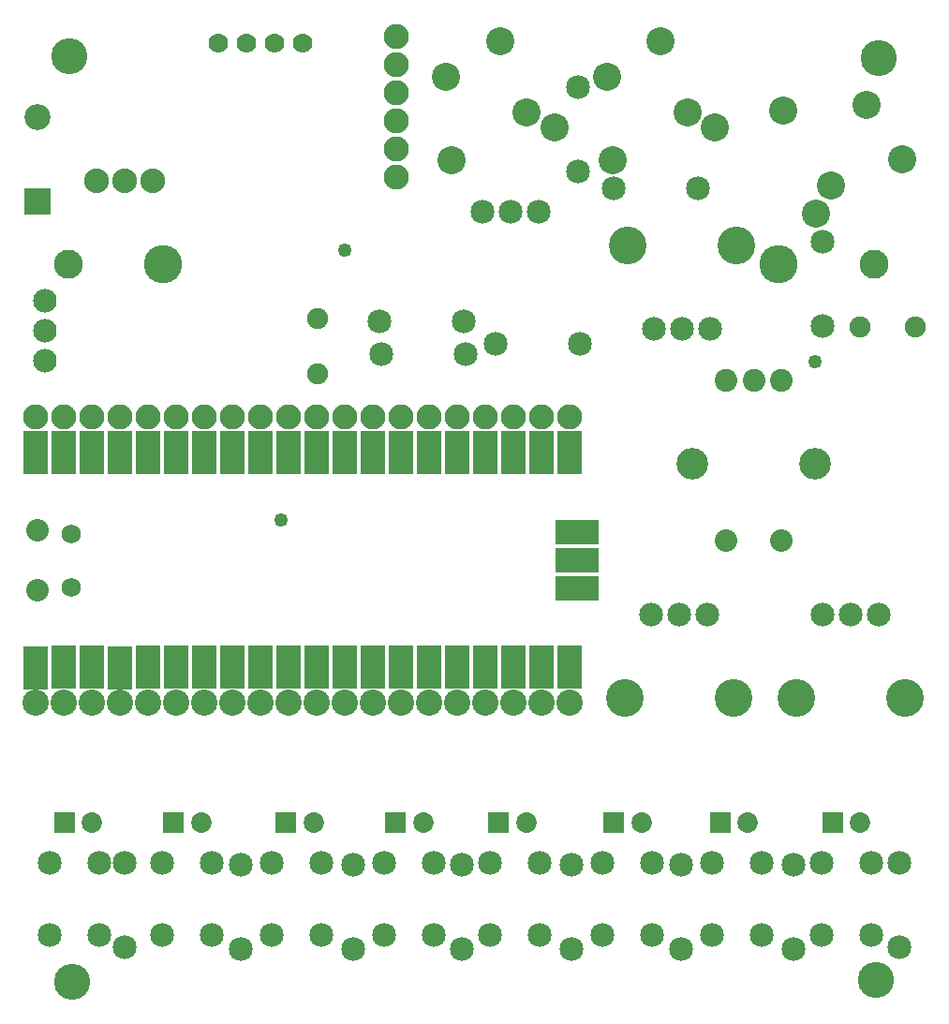
<source format=gts>
G04 MADE WITH FRITZING*
G04 WWW.FRITZING.ORG*
G04 DOUBLE SIDED*
G04 HOLES PLATED*
G04 CONTOUR ON CENTER OF CONTOUR VECTOR*
%ASAXBY*%
%FSLAX23Y23*%
%MOIN*%
%OFA0B0*%
%SFA1.0B1.0*%
%ADD10C,0.049370*%
%ADD11C,0.088000*%
%ADD12C,0.089370*%
%ADD13C,0.084000*%
%ADD14C,0.080866*%
%ADD15C,0.080000*%
%ADD16C,0.112677*%
%ADD17C,0.092000*%
%ADD18C,0.103000*%
%ADD19C,0.136000*%
%ADD20C,0.085000*%
%ADD21C,0.075000*%
%ADD22C,0.084667*%
%ADD23C,0.084695*%
%ADD24C,0.134033*%
%ADD25C,0.072992*%
%ADD26C,0.100020*%
%ADD27C,0.070000*%
%ADD28C,0.093307*%
%ADD29C,0.128110*%
%ADD30C,0.068000*%
%ADD31R,0.092000X0.092000*%
%ADD32R,0.072992X0.072992*%
%ADD33R,0.088000X0.153667*%
%ADD34R,0.088000X0.154000*%
%ADD35R,0.154000X0.088000*%
%LNMASK1*%
G90*
G70*
G54D10*
X2848Y2366D03*
G54D11*
X491Y3009D03*
X391Y3009D03*
X291Y3009D03*
G54D12*
X1357Y3524D03*
X1357Y3424D03*
X1357Y3324D03*
X1357Y3224D03*
X1357Y3124D03*
X1357Y3024D03*
G54D10*
X1174Y2762D03*
G54D13*
X106Y2584D03*
X106Y2477D03*
X106Y2370D03*
X106Y2584D03*
X106Y2477D03*
X106Y2370D03*
G54D10*
X946Y1804D03*
G54D14*
X2727Y2301D03*
X2629Y2301D03*
X2530Y2301D03*
G54D15*
X2727Y1730D03*
X2531Y1730D03*
G54D16*
X2847Y2005D03*
X2410Y2005D03*
G54D17*
X81Y2938D03*
X81Y3236D03*
G54D18*
X3058Y2713D03*
G54D19*
X2716Y2712D03*
G54D18*
X189Y2712D03*
G54D19*
X526Y2712D03*
G54D18*
X3058Y2713D03*
G54D19*
X2716Y2712D03*
G54D18*
X189Y2712D03*
G54D19*
X526Y2712D03*
G54D20*
X1863Y2900D03*
X1763Y2900D03*
X1663Y2900D03*
G54D21*
X1077Y2322D03*
X1077Y2519D03*
X1077Y2322D03*
X1077Y2519D03*
X3205Y2490D03*
X3008Y2490D03*
X3205Y2490D03*
X3008Y2490D03*
G54D22*
X2274Y2484D03*
X2374Y2484D03*
G54D23*
X2474Y2484D03*
G54D24*
X2180Y2779D03*
X2568Y2779D03*
G54D20*
X2869Y327D03*
X2869Y583D03*
X3046Y327D03*
X3046Y583D03*
X2480Y327D03*
X2480Y583D03*
X2657Y327D03*
X2657Y583D03*
X2091Y327D03*
X2091Y583D03*
X2268Y327D03*
X2268Y583D03*
X1691Y327D03*
X1691Y583D03*
X1868Y327D03*
X1868Y583D03*
X1313Y327D03*
X1313Y583D03*
X1490Y327D03*
X1490Y583D03*
G54D25*
X2909Y727D03*
X3008Y727D03*
X2509Y727D03*
X2608Y727D03*
X2131Y727D03*
X2230Y727D03*
X1720Y727D03*
X1819Y727D03*
G54D20*
X2430Y2983D03*
X2130Y2983D03*
G54D26*
X2491Y3199D03*
X2392Y3254D03*
X2126Y3085D03*
X2106Y3380D03*
X2298Y3508D03*
X1919Y3199D03*
X1820Y3254D03*
X1554Y3085D03*
X1534Y3380D03*
X1726Y3508D03*
X2849Y2895D03*
X2904Y2994D03*
X2735Y3260D03*
X3030Y3280D03*
X3158Y3088D03*
G54D20*
X913Y327D03*
X913Y583D03*
X1090Y327D03*
X1090Y583D03*
G54D25*
X1354Y727D03*
X1452Y727D03*
X965Y727D03*
X1063Y727D03*
X565Y727D03*
X663Y727D03*
X176Y727D03*
X274Y727D03*
G54D27*
X1024Y3499D03*
X925Y3499D03*
X824Y3499D03*
X724Y3499D03*
G54D28*
X74Y1155D03*
X174Y1155D03*
X274Y1155D03*
X374Y1155D03*
X474Y1155D03*
X574Y1155D03*
X674Y1155D03*
X774Y1155D03*
X874Y1155D03*
X974Y1155D03*
X1074Y1155D03*
X1174Y1155D03*
X1274Y1155D03*
X1374Y1155D03*
X1474Y1155D03*
X1574Y1155D03*
X1674Y1155D03*
X1774Y1155D03*
X1874Y1155D03*
X1974Y1155D03*
G54D20*
X2009Y2430D03*
X1709Y2430D03*
X2002Y3344D03*
X2002Y3044D03*
X524Y327D03*
X524Y583D03*
X701Y327D03*
X701Y583D03*
X124Y327D03*
X124Y583D03*
X301Y327D03*
X301Y583D03*
G54D12*
X74Y2171D03*
X174Y2171D03*
X274Y2171D03*
X374Y2171D03*
X474Y2171D03*
X574Y2171D03*
X674Y2171D03*
X774Y2171D03*
X874Y2171D03*
X974Y2171D03*
X1074Y2171D03*
X1174Y2171D03*
X1274Y2171D03*
X1374Y2171D03*
X1474Y2171D03*
X1574Y2171D03*
X1674Y2171D03*
X1774Y2171D03*
X1874Y2171D03*
X1974Y2171D03*
G54D29*
X203Y161D03*
X3065Y166D03*
X194Y3453D03*
G54D20*
X2875Y2794D03*
X2875Y2494D03*
X1304Y2393D03*
X1604Y2393D03*
X1598Y2510D03*
X1298Y2510D03*
X3147Y583D03*
X3147Y283D03*
X2769Y577D03*
X2769Y277D03*
X2369Y577D03*
X2369Y277D03*
X1980Y577D03*
X1980Y277D03*
X1591Y577D03*
X1591Y277D03*
X1202Y577D03*
X1202Y277D03*
G54D29*
X3075Y3446D03*
G54D20*
X802Y577D03*
X802Y277D03*
G54D22*
X2463Y1466D03*
X2363Y1466D03*
G54D23*
X2263Y1466D03*
G54D24*
X2557Y1171D03*
X2169Y1171D03*
G54D22*
X3074Y1466D03*
X2974Y1466D03*
G54D23*
X2874Y1466D03*
G54D24*
X3168Y1171D03*
X2780Y1171D03*
G54D30*
X200Y1755D03*
X200Y1565D03*
G54D15*
X81Y1553D03*
X81Y1768D03*
G54D11*
X74Y1311D03*
X174Y1311D03*
X274Y1311D03*
X374Y1311D03*
X474Y1311D03*
X574Y1311D03*
X674Y1311D03*
X774Y1311D03*
X874Y1311D03*
X974Y1311D03*
X1074Y1311D03*
X1174Y1311D03*
X1274Y1311D03*
X1374Y1311D03*
X1474Y1311D03*
X1574Y1311D03*
X1674Y1311D03*
X1774Y1311D03*
X1874Y1311D03*
X1974Y1311D03*
X1974Y2010D03*
X1874Y2010D03*
X1774Y2010D03*
X1674Y2010D03*
X1574Y2010D03*
X1474Y2010D03*
X1374Y2010D03*
X1274Y2010D03*
X1174Y2010D03*
X1074Y2010D03*
X974Y2010D03*
X874Y2010D03*
X774Y2010D03*
X674Y2010D03*
X574Y2010D03*
X474Y2010D03*
X374Y2010D03*
X274Y2010D03*
X174Y2010D03*
X74Y2010D03*
X1974Y1560D03*
X1974Y1660D03*
X1974Y1760D03*
G54D20*
X391Y583D03*
X391Y283D03*
G54D31*
X81Y2937D03*
G54D32*
X2909Y727D03*
X2509Y727D03*
X2131Y727D03*
X1720Y727D03*
X1354Y727D03*
X965Y727D03*
X565Y727D03*
X176Y727D03*
G54D33*
X75Y1278D03*
G54D34*
X175Y1279D03*
X275Y1279D03*
X375Y1278D03*
X475Y1279D03*
X575Y1279D03*
X675Y1279D03*
X775Y1279D03*
X875Y1279D03*
X975Y1279D03*
X1075Y1279D03*
X1175Y1279D03*
X1275Y1279D03*
X1375Y1279D03*
X1475Y1279D03*
X1575Y1279D03*
X1675Y1279D03*
X1775Y1279D03*
X1875Y1279D03*
X1975Y1279D03*
X1975Y2043D03*
X1875Y2043D03*
X1775Y2043D03*
X1675Y2043D03*
X1575Y2043D03*
X1475Y2043D03*
X1375Y2043D03*
X1275Y2043D03*
X1175Y2043D03*
X1075Y2043D03*
X975Y2043D03*
X875Y2043D03*
X775Y2043D03*
X675Y2043D03*
X575Y2043D03*
X475Y2043D03*
X375Y2043D03*
X275Y2043D03*
X175Y2043D03*
X75Y2043D03*
G54D35*
X1999Y1560D03*
X1999Y1660D03*
X1999Y1760D03*
G04 End of Mask1*
M02*
</source>
